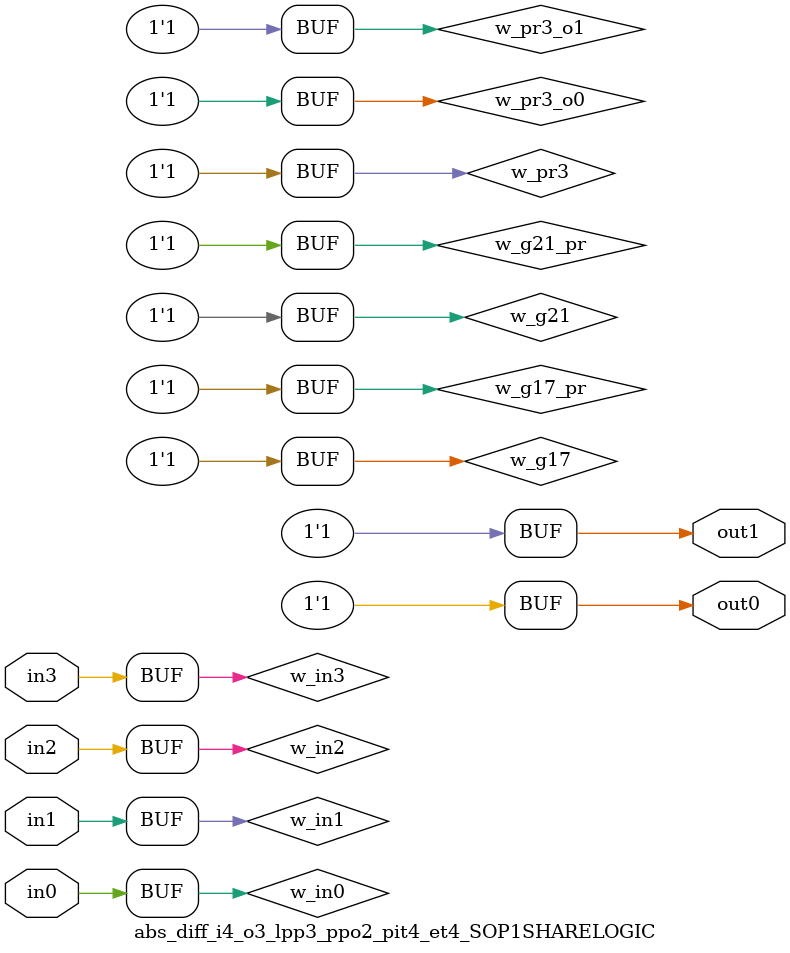
<source format=v>
module abs_diff_i4_o3_lpp3_ppo2_pit4_et4_SOP1SHARELOGIC (in0, in1, in2, in3, out0, out1);
// declaring inputs
input in0,  in1,  in2,  in3;
// declaring outputs
output out0,  out1;
// JSON model input
wire w_in3, w_in2, w_in1, w_in0;
// JSON model output
wire w_g17, w_g21;
//json model
wire w_g17_pr, w_g21_pr, w_pr0_o0, w_pr1_o0, w_pr2_o0, w_pr3_o0, w_pr0_o1, w_pr1_o1, w_pr2_o1, w_pr3_o1, w_pr0, w_pr1, w_pr2, w_pr3;
// JSON model input assign
assign w_in3 = in3;
assign w_in2 = in2;
assign w_in1 = in1;
assign w_in0 = in0;

//json model assigns (approximated Shared/XPAT part)
//assign literals to products
assign w_pr0 = w_in0 & w_in3;
assign w_pr1 = w_in1 & ~w_in3;
assign w_pr2 = ~w_in0;
assign w_pr3 = 1;
//if a product has literals and if the product is being "activated" for that output
assign w_pr0_o0 = w_pr0 & 1;
assign w_pr1_o0 = w_pr1 & 0;
assign w_pr2_o0 = w_pr2 & 1;
assign w_pr3_o0 = w_pr3 & 1;
assign w_pr0_o1 = w_pr0 & 0;
assign w_pr1_o1 = w_pr1 & 1;
assign w_pr2_o1 = w_pr2 & 0;
assign w_pr3_o1 = w_pr3 & 1;
//compose an output with corresponding products (OR)
assign w_g17 = w_pr0_o0 | w_pr1_o0 | w_pr2_o0 | w_pr3_o0;
assign w_g21 = w_pr0_o1 | w_pr1_o1 | w_pr2_o1 | w_pr3_o1;
//if an output has products and if it is part of the JSON model
assign w_g17_pr = w_g17 & 1;
assign w_g21_pr = w_g21 & 1;
// output assigns
assign out0 = w_g17_pr;
assign out1 = w_g21_pr;
endmodule
</source>
